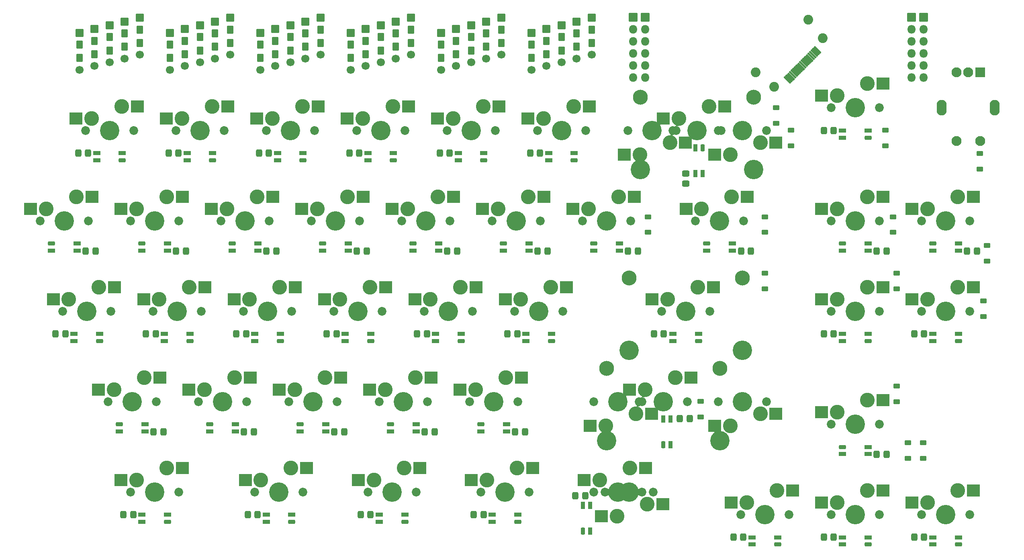
<source format=gbs>
%TF.GenerationSoftware,KiCad,Pcbnew,(6.0.5)*%
%TF.CreationDate,2022-07-21T21:28:30-06:00*%
%TF.ProjectId,kb_right,6b625f72-6967-4687-942e-6b696361645f,rev?*%
%TF.SameCoordinates,Original*%
%TF.FileFunction,Soldermask,Bot*%
%TF.FilePolarity,Negative*%
%FSLAX46Y46*%
G04 Gerber Fmt 4.6, Leading zero omitted, Abs format (unit mm)*
G04 Created by KiCad (PCBNEW (6.0.5)) date 2022-07-21 21:28:30*
%MOMM*%
%LPD*%
G01*
G04 APERTURE LIST*
G04 Aperture macros list*
%AMRoundRect*
0 Rectangle with rounded corners*
0 $1 Rounding radius*
0 $2 $3 $4 $5 $6 $7 $8 $9 X,Y pos of 4 corners*
0 Add a 4 corners polygon primitive as box body*
4,1,4,$2,$3,$4,$5,$6,$7,$8,$9,$2,$3,0*
0 Add four circle primitives for the rounded corners*
1,1,$1+$1,$2,$3*
1,1,$1+$1,$4,$5*
1,1,$1+$1,$6,$7*
1,1,$1+$1,$8,$9*
0 Add four rect primitives between the rounded corners*
20,1,$1+$1,$2,$3,$4,$5,0*
20,1,$1+$1,$4,$5,$6,$7,0*
20,1,$1+$1,$6,$7,$8,$9,0*
20,1,$1+$1,$8,$9,$2,$3,0*%
G04 Aperture macros list end*
%ADD10C,4.087800*%
%ADD11C,1.850000*%
%ADD12C,3.100000*%
%ADD13RoundRect,0.050000X-1.275000X-1.250000X1.275000X-1.250000X1.275000X1.250000X-1.275000X1.250000X0*%
%ADD14RoundRect,0.050000X0.800000X-0.800000X0.800000X0.800000X-0.800000X0.800000X-0.800000X-0.800000X0*%
%ADD15RoundRect,0.050000X0.600000X-0.800000X0.600000X0.800000X-0.600000X0.800000X-0.600000X-0.800000X0*%
%ADD16C,1.700000*%
%ADD17C,3.148000*%
%ADD18RoundRect,0.050000X1.275000X1.250000X-1.275000X1.250000X-1.275000X-1.250000X1.275000X-1.250000X0*%
%ADD19O,2.100000X3.300000*%
%ADD20RoundRect,0.050000X-1.000000X1.000000X-1.000000X-1.000000X1.000000X-1.000000X1.000000X1.000000X0*%
%ADD21C,2.100000*%
%ADD22RoundRect,0.300000X-0.337500X-0.475000X0.337500X-0.475000X0.337500X0.475000X-0.337500X0.475000X0*%
%ADD23RoundRect,0.050000X0.600000X-0.450000X0.600000X0.450000X-0.600000X0.450000X-0.600000X-0.450000X0*%
%ADD24RoundRect,0.300000X0.337500X0.475000X-0.337500X0.475000X-0.337500X-0.475000X0.337500X-0.475000X0*%
%ADD25RoundRect,0.050000X0.700000X0.410000X-0.700000X0.410000X-0.700000X-0.410000X0.700000X-0.410000X0*%
%ADD26RoundRect,0.255000X0.495000X0.205000X-0.495000X0.205000X-0.495000X-0.205000X0.495000X-0.205000X0*%
%ADD27RoundRect,0.050000X0.850000X0.850000X-0.850000X0.850000X-0.850000X-0.850000X0.850000X-0.850000X0*%
%ADD28O,1.800000X1.800000*%
%ADD29RoundRect,0.050000X-0.700000X-0.410000X0.700000X-0.410000X0.700000X0.410000X-0.700000X0.410000X0*%
%ADD30RoundRect,0.255000X-0.495000X-0.205000X0.495000X-0.205000X0.495000X0.205000X-0.495000X0.205000X0*%
%ADD31RoundRect,0.300000X-0.475000X0.337500X-0.475000X-0.337500X0.475000X-0.337500X0.475000X0.337500X0*%
%ADD32RoundRect,0.050000X-0.600000X0.450000X-0.600000X-0.450000X0.600000X-0.450000X0.600000X0.450000X0*%
%ADD33RoundRect,0.050000X0.410000X-0.700000X0.410000X0.700000X-0.410000X0.700000X-0.410000X-0.700000X0*%
%ADD34RoundRect,0.255000X0.205000X-0.495000X0.205000X0.495000X-0.205000X0.495000X-0.205000X-0.495000X0*%
%ADD35RoundRect,0.050000X-0.410000X0.700000X-0.410000X-0.700000X0.410000X-0.700000X0.410000X0.700000X0*%
%ADD36RoundRect,0.255000X-0.205000X0.495000X-0.205000X-0.495000X0.205000X-0.495000X0.205000X0.495000X0*%
%ADD37RoundRect,0.050000X-0.777817X0.565685X0.565685X-0.777817X0.777817X-0.565685X-0.565685X0.777817X0*%
%ADD38C,2.050000*%
G04 APERTURE END LIST*
D10*
%TO.C,MX16*%
X160337500Y-76200000D03*
D11*
X165417500Y-76200000D03*
X155257500Y-76200000D03*
D12*
X162877500Y-71120000D03*
X156527500Y-73660000D03*
D13*
X153252500Y-73660000D03*
X166179500Y-71120000D03*
%TD*%
D14*
%TO.C,D15*%
X153987500Y-34200000D03*
D15*
X153987500Y-36700000D03*
X153987500Y-39500000D03*
D16*
X153987500Y-42000000D03*
%TD*%
D12*
%TO.C,MX34*%
X208915000Y-116522500D03*
D10*
X212725000Y-119062500D03*
D12*
X215265000Y-113982500D03*
D11*
X217805000Y-119062500D03*
X207645000Y-119062500D03*
D13*
X205640000Y-116522500D03*
X218567000Y-113982500D03*
%TD*%
D10*
%TO.C,MX11*%
X65087500Y-76200000D03*
D12*
X67627500Y-71120000D03*
D11*
X70167500Y-76200000D03*
X60007500Y-76200000D03*
D12*
X61277500Y-73660000D03*
D13*
X58002500Y-73660000D03*
X70929500Y-71120000D03*
%TD*%
D11*
%TO.C,MX4*%
X107632500Y-57150000D03*
D12*
X108902500Y-54610000D03*
X115252500Y-52070000D03*
D10*
X112712500Y-57150000D03*
D11*
X117792500Y-57150000D03*
D13*
X105627500Y-54610000D03*
X118554500Y-52070000D03*
%TD*%
D14*
%TO.C,D11*%
X77787500Y-34200000D03*
D15*
X77787500Y-36700000D03*
D16*
X77787500Y-42000000D03*
D15*
X77787500Y-39500000D03*
%TD*%
D14*
%TO.C,D13*%
X115887500Y-34200000D03*
D15*
X115887500Y-36700000D03*
D16*
X115887500Y-42000000D03*
D15*
X115887500Y-39500000D03*
%TD*%
D11*
%TO.C,MX6*%
X145732500Y-57150000D03*
D10*
X150812500Y-57150000D03*
D11*
X155892500Y-57150000D03*
D12*
X153352500Y-52070000D03*
X147002500Y-54610000D03*
D13*
X143727500Y-54610000D03*
X156654500Y-52070000D03*
%TD*%
D14*
%TO.C,D12*%
X96837500Y-34200000D03*
D15*
X96837500Y-36700000D03*
D16*
X96837500Y-42000000D03*
D15*
X96837500Y-39500000D03*
%TD*%
%TO.C,D37*%
X68262500Y-39081250D03*
D14*
X68262500Y-36581250D03*
D15*
X68262500Y-41881250D03*
D16*
X68262500Y-44381250D03*
%TD*%
D11*
%TO.C,MX33*%
X177323750Y-114300000D03*
D10*
X160305750Y-122555000D03*
D12*
X168433750Y-111760000D03*
X174783750Y-109220000D03*
D10*
X184181750Y-122555000D03*
D17*
X160305750Y-107315000D03*
X184181750Y-107315000D03*
D10*
X172243750Y-114300000D03*
D11*
X167163750Y-114300000D03*
D13*
X165158750Y-111760000D03*
X178085750Y-109220000D03*
%TD*%
D14*
%TO.C,D41*%
X144462500Y-36581250D03*
D15*
X144462500Y-39081250D03*
X144462500Y-41881250D03*
D16*
X144462500Y-44381250D03*
%TD*%
D10*
%TO.C,MX32*%
X136525000Y-114300000D03*
D12*
X139065000Y-109220000D03*
D11*
X131445000Y-114300000D03*
D12*
X132715000Y-111760000D03*
D11*
X141605000Y-114300000D03*
D13*
X129440000Y-111760000D03*
X142367000Y-109220000D03*
%TD*%
D11*
%TO.C,MX38*%
X120173750Y-133350000D03*
D12*
X117633750Y-128270000D03*
D11*
X110013750Y-133350000D03*
D12*
X111283750Y-130810000D03*
D10*
X115093750Y-133350000D03*
D13*
X108008750Y-130810000D03*
X120935750Y-128270000D03*
%TD*%
D14*
%TO.C,D39*%
X106362500Y-36581250D03*
D15*
X106362500Y-39081250D03*
X106362500Y-41881250D03*
D16*
X106362500Y-44381250D03*
%TD*%
D12*
%TO.C,MX43*%
X227965000Y-135572500D03*
X234315000Y-133032500D03*
D10*
X231775000Y-138112500D03*
D11*
X236855000Y-138112500D03*
X226695000Y-138112500D03*
D13*
X224690000Y-135572500D03*
X237617000Y-133032500D03*
%TD*%
D14*
%TO.C,D5*%
X138112500Y-33406250D03*
D15*
X138112500Y-35906250D03*
D16*
X138112500Y-41206250D03*
D15*
X138112500Y-38706250D03*
%TD*%
D14*
%TO.C,D29*%
X71437500Y-35787500D03*
D15*
X71437500Y-38287500D03*
D16*
X71437500Y-43587500D03*
D15*
X71437500Y-41087500D03*
%TD*%
D10*
%TO.C,MX17*%
X184150000Y-76200000D03*
D11*
X189230000Y-76200000D03*
X179070000Y-76200000D03*
D12*
X186690000Y-71120000D03*
X180340000Y-73660000D03*
D13*
X177065000Y-73660000D03*
X189992000Y-71120000D03*
%TD*%
D10*
%TO.C,MX8*%
X188912500Y-57150000D03*
D11*
X183832500Y-57150000D03*
D12*
X186372500Y-62230000D03*
X192722500Y-59690000D03*
D11*
X193992500Y-57150000D03*
D18*
X195997500Y-59690000D03*
X183070500Y-62230000D03*
%TD*%
D15*
%TO.C,D6*%
X157162500Y-35906250D03*
D14*
X157162500Y-33406250D03*
D16*
X157162500Y-41206250D03*
D15*
X157162500Y-38706250D03*
%TD*%
D11*
%TO.C,MX14*%
X117157500Y-76200000D03*
D10*
X122237500Y-76200000D03*
D11*
X127317500Y-76200000D03*
D12*
X124777500Y-71120000D03*
X118427500Y-73660000D03*
D13*
X115152500Y-73660000D03*
X128079500Y-71120000D03*
%TD*%
D11*
%TO.C,MX24*%
X140970000Y-95250000D03*
D12*
X148590000Y-90170000D03*
X142240000Y-92710000D03*
D10*
X146050000Y-95250000D03*
D11*
X151130000Y-95250000D03*
D13*
X138965000Y-92710000D03*
X151892000Y-90170000D03*
%TD*%
D10*
%TO.C,MX40*%
X162718750Y-133350000D03*
D11*
X157638750Y-133350000D03*
D12*
X165258750Y-128270000D03*
D11*
X167798750Y-133350000D03*
D12*
X158908750Y-130810000D03*
D13*
X155633750Y-130810000D03*
X168560750Y-128270000D03*
%TD*%
D11*
%TO.C,MX1*%
X50482500Y-57150000D03*
D12*
X51752500Y-54610000D03*
D11*
X60642500Y-57150000D03*
D12*
X58102500Y-52070000D03*
D10*
X55562500Y-57150000D03*
D13*
X48477500Y-54610000D03*
X61404500Y-52070000D03*
%TD*%
D11*
%TO.C,MX9*%
X217805000Y-52387500D03*
X207645000Y-52387500D03*
D10*
X212725000Y-52387500D03*
D12*
X215265000Y-47307500D03*
X208915000Y-49847500D03*
D13*
X205640000Y-49847500D03*
X218567000Y-47307500D03*
%TD*%
D11*
%TO.C,MX28*%
X55245000Y-114300000D03*
X65405000Y-114300000D03*
D12*
X62865000Y-109220000D03*
X56515000Y-111760000D03*
D10*
X60325000Y-114300000D03*
D13*
X53240000Y-111760000D03*
X66167000Y-109220000D03*
%TD*%
D15*
%TO.C,D33*%
X147637500Y-38287500D03*
D14*
X147637500Y-35787500D03*
D15*
X147637500Y-41087500D03*
D16*
X147637500Y-43587500D03*
%TD*%
D14*
%TO.C,D22*%
X112712500Y-34993750D03*
D15*
X112712500Y-37493750D03*
D16*
X112712500Y-42793750D03*
D15*
X112712500Y-40293750D03*
%TD*%
D12*
%TO.C,MX42*%
X208915000Y-135572500D03*
X215265000Y-133032500D03*
D11*
X207645000Y-138112500D03*
X217805000Y-138112500D03*
D10*
X212725000Y-138112500D03*
D13*
X205640000Y-135572500D03*
X218567000Y-133032500D03*
%TD*%
D15*
%TO.C,D14*%
X134937500Y-36700000D03*
D14*
X134937500Y-34200000D03*
D16*
X134937500Y-42000000D03*
D15*
X134937500Y-39500000D03*
%TD*%
D14*
%TO.C,D40*%
X125412500Y-36581250D03*
D15*
X125412500Y-39081250D03*
D16*
X125412500Y-44381250D03*
D15*
X125412500Y-41881250D03*
%TD*%
D14*
%TO.C,D32*%
X128587500Y-35787500D03*
D15*
X128587500Y-38287500D03*
D16*
X128587500Y-43587500D03*
D15*
X128587500Y-41087500D03*
%TD*%
%TO.C,D20*%
X74612500Y-37493750D03*
D14*
X74612500Y-34993750D03*
D16*
X74612500Y-42793750D03*
D15*
X74612500Y-40293750D03*
%TD*%
D12*
%TO.C,MX18*%
X208915000Y-73660000D03*
D11*
X217805000Y-76200000D03*
X207645000Y-76200000D03*
D12*
X215265000Y-71120000D03*
D10*
X212725000Y-76200000D03*
D13*
X205640000Y-73660000D03*
X218567000Y-71120000D03*
%TD*%
D11*
%TO.C,MX3*%
X98742500Y-57150000D03*
D12*
X89852500Y-54610000D03*
X96202500Y-52070000D03*
D10*
X93662500Y-57150000D03*
D11*
X88582500Y-57150000D03*
D13*
X86577500Y-54610000D03*
X99504500Y-52070000D03*
%TD*%
D11*
%TO.C,MX31*%
X112395000Y-114300000D03*
D12*
X120015000Y-109220000D03*
D10*
X117475000Y-114300000D03*
D11*
X122555000Y-114300000D03*
D12*
X113665000Y-111760000D03*
D13*
X110390000Y-111760000D03*
X123317000Y-109220000D03*
%TD*%
D11*
%TO.C,MX23*%
X121920000Y-95250000D03*
X132080000Y-95250000D03*
D12*
X123190000Y-92710000D03*
X129540000Y-90170000D03*
D10*
X127000000Y-95250000D03*
D13*
X119915000Y-92710000D03*
X132842000Y-90170000D03*
%TD*%
D11*
%TO.C,MX26*%
X217805000Y-95250000D03*
X207645000Y-95250000D03*
D12*
X215265000Y-90170000D03*
D10*
X212725000Y-95250000D03*
D12*
X208915000Y-92710000D03*
D13*
X205640000Y-92710000D03*
X218567000Y-90170000D03*
%TD*%
D10*
%TO.C,MX25*%
X165068250Y-103505000D03*
D17*
X165068250Y-88265000D03*
D11*
X171926250Y-95250000D03*
D10*
X188944250Y-103505000D03*
D17*
X188944250Y-88265000D03*
D12*
X179546250Y-90170000D03*
X173196250Y-92710000D03*
D10*
X177006250Y-95250000D03*
D11*
X182086250Y-95250000D03*
D13*
X169921250Y-92710000D03*
X182848250Y-90170000D03*
%TD*%
D15*
%TO.C,D30*%
X90487500Y-38287500D03*
D14*
X90487500Y-35787500D03*
D15*
X90487500Y-41087500D03*
D16*
X90487500Y-43587500D03*
%TD*%
D10*
%TO.C,MX15*%
X141287500Y-76200000D03*
D12*
X143827500Y-71120000D03*
D11*
X146367500Y-76200000D03*
X136207500Y-76200000D03*
D12*
X137477500Y-73660000D03*
D13*
X134202500Y-73660000D03*
X147129500Y-71120000D03*
%TD*%
D14*
%TO.C,D10*%
X58737500Y-34200000D03*
D15*
X58737500Y-36700000D03*
X58737500Y-39500000D03*
D16*
X58737500Y-42000000D03*
%TD*%
D12*
%TO.C,MX7*%
X167322500Y-62230000D03*
D10*
X169862500Y-57150000D03*
D12*
X173672500Y-59690000D03*
D11*
X174942500Y-57150000D03*
X164782500Y-57150000D03*
D18*
X176947500Y-59690000D03*
X164020500Y-62230000D03*
%TD*%
D11*
%TO.C,MX21*%
X83820000Y-95250000D03*
D12*
X91440000Y-90170000D03*
X85090000Y-92710000D03*
D10*
X88900000Y-95250000D03*
D11*
X93980000Y-95250000D03*
D13*
X81815000Y-92710000D03*
X94742000Y-90170000D03*
%TD*%
D12*
%TO.C,MX22*%
X104140000Y-92710000D03*
D11*
X113030000Y-95250000D03*
D10*
X107950000Y-95250000D03*
D12*
X110490000Y-90170000D03*
D11*
X102870000Y-95250000D03*
D13*
X100865000Y-92710000D03*
X113792000Y-90170000D03*
%TD*%
D14*
%TO.C,D36*%
X49212500Y-36581250D03*
D15*
X49212500Y-39081250D03*
D16*
X49212500Y-44381250D03*
D15*
X49212500Y-41881250D03*
%TD*%
D12*
%TO.C,MX2*%
X70802500Y-54610000D03*
D10*
X74612500Y-57150000D03*
D11*
X69532500Y-57150000D03*
X79692500Y-57150000D03*
D12*
X77152500Y-52070000D03*
D13*
X67527500Y-54610000D03*
X80454500Y-52070000D03*
%TD*%
D15*
%TO.C,D19*%
X55562500Y-37493750D03*
D14*
X55562500Y-34993750D03*
D16*
X55562500Y-42793750D03*
D15*
X55562500Y-40293750D03*
%TD*%
D14*
%TO.C,D24*%
X150812500Y-34993750D03*
D15*
X150812500Y-37493750D03*
D16*
X150812500Y-42793750D03*
D15*
X150812500Y-40293750D03*
%TD*%
D10*
%TO.C,MX7_1*%
X191325500Y-65405000D03*
X167449500Y-65405000D03*
D17*
X167449500Y-50165000D03*
D10*
X179387500Y-57150000D03*
D12*
X181927500Y-52070000D03*
D11*
X184467500Y-57150000D03*
D12*
X175577500Y-54610000D03*
D17*
X191325500Y-50165000D03*
D11*
X174307500Y-57150000D03*
D13*
X172302500Y-54610000D03*
X185229500Y-52070000D03*
%TD*%
D12*
%TO.C,MX20*%
X66040000Y-92710000D03*
D11*
X74930000Y-95250000D03*
D10*
X69850000Y-95250000D03*
D12*
X72390000Y-90170000D03*
D11*
X64770000Y-95250000D03*
D13*
X62765000Y-92710000D03*
X75692000Y-90170000D03*
%TD*%
D11*
%TO.C,MX32_1*%
X193992500Y-114300000D03*
X183832500Y-114300000D03*
D12*
X186372500Y-119380000D03*
D10*
X188912500Y-114300000D03*
D12*
X192722500Y-116840000D03*
D18*
X195997500Y-116840000D03*
X183070500Y-119380000D03*
%TD*%
D12*
%TO.C,MX37*%
X93821250Y-128270000D03*
D11*
X86201250Y-133350000D03*
D10*
X91281250Y-133350000D03*
D11*
X96361250Y-133350000D03*
D12*
X87471250Y-130810000D03*
D13*
X84196250Y-130810000D03*
X97123250Y-128270000D03*
%TD*%
D12*
%TO.C,MX36*%
X61277500Y-130810000D03*
D11*
X70167500Y-133350000D03*
X60007500Y-133350000D03*
D10*
X65087500Y-133350000D03*
D12*
X67627500Y-128270000D03*
D13*
X58002500Y-130810000D03*
X70929500Y-128270000D03*
%TD*%
D11*
%TO.C,MX32_2*%
X157638750Y-114300000D03*
D12*
X160178750Y-119380000D03*
X166528750Y-116840000D03*
D11*
X167798750Y-114300000D03*
D10*
X162718750Y-114300000D03*
D18*
X169803750Y-116840000D03*
X156876750Y-119380000D03*
%TD*%
D11*
%TO.C,MX40_1*%
X160020000Y-133350000D03*
D10*
X165100000Y-133350000D03*
D12*
X162560000Y-138430000D03*
D11*
X170180000Y-133350000D03*
D12*
X168910000Y-135890000D03*
D18*
X172185000Y-135890000D03*
X159258000Y-138430000D03*
%TD*%
D12*
%TO.C,MX39*%
X135096250Y-130810000D03*
D11*
X143986250Y-133350000D03*
D10*
X138906250Y-133350000D03*
D11*
X133826250Y-133350000D03*
D12*
X141446250Y-128270000D03*
D13*
X131821250Y-130810000D03*
X144748250Y-128270000D03*
%TD*%
D15*
%TO.C,D23*%
X131762500Y-37493750D03*
D14*
X131762500Y-34993750D03*
D16*
X131762500Y-42793750D03*
D15*
X131762500Y-40293750D03*
%TD*%
D10*
%TO.C,MX29*%
X79375000Y-114300000D03*
D11*
X84455000Y-114300000D03*
X74295000Y-114300000D03*
D12*
X75565000Y-111760000D03*
X81915000Y-109220000D03*
D13*
X72290000Y-111760000D03*
X85217000Y-109220000D03*
%TD*%
D15*
%TO.C,D2*%
X80962500Y-35906250D03*
D14*
X80962500Y-33406250D03*
D16*
X80962500Y-41206250D03*
D15*
X80962500Y-38706250D03*
%TD*%
D12*
%TO.C,MX13*%
X105727500Y-71120000D03*
D11*
X98107500Y-76200000D03*
X108267500Y-76200000D03*
D10*
X103187500Y-76200000D03*
D12*
X99377500Y-73660000D03*
D13*
X96102500Y-73660000D03*
X109029500Y-71120000D03*
%TD*%
D11*
%TO.C,MX19*%
X45720000Y-95250000D03*
D12*
X46990000Y-92710000D03*
X53340000Y-90170000D03*
D11*
X55880000Y-95250000D03*
D10*
X50800000Y-95250000D03*
D13*
X43715000Y-92710000D03*
X56642000Y-90170000D03*
%TD*%
D12*
%TO.C,MX10*%
X42227500Y-73660000D03*
X48577500Y-71120000D03*
D10*
X46037500Y-76200000D03*
D11*
X40957500Y-76200000D03*
X51117500Y-76200000D03*
D13*
X38952500Y-73660000D03*
X51879500Y-71120000D03*
%TD*%
D11*
%TO.C,MX27*%
X236855000Y-76200000D03*
X226695000Y-76200000D03*
D12*
X234315000Y-71120000D03*
X227965000Y-73660000D03*
D10*
X231775000Y-76200000D03*
D13*
X224690000Y-73660000D03*
X237617000Y-71120000D03*
%TD*%
D15*
%TO.C,D31*%
X109537500Y-38287500D03*
D14*
X109537500Y-35787500D03*
D15*
X109537500Y-41087500D03*
D16*
X109537500Y-43587500D03*
%TD*%
D15*
%TO.C,D28*%
X52387500Y-38287500D03*
D14*
X52387500Y-35787500D03*
D15*
X52387500Y-41087500D03*
D16*
X52387500Y-43587500D03*
%TD*%
D12*
%TO.C,MX30*%
X94615000Y-111760000D03*
X100965000Y-109220000D03*
D10*
X98425000Y-114300000D03*
D11*
X93345000Y-114300000D03*
X103505000Y-114300000D03*
D13*
X91340000Y-111760000D03*
X104267000Y-109220000D03*
%TD*%
D19*
%TO.C,SW1*%
X242137500Y-52387500D03*
X230937500Y-52387500D03*
D20*
X239037500Y-44887500D03*
D21*
X234037500Y-44887500D03*
X236537500Y-44887500D03*
X234037500Y-59387500D03*
X239037500Y-59387500D03*
%TD*%
D10*
%TO.C,MX35*%
X231775000Y-95250000D03*
D12*
X227965000Y-92710000D03*
D11*
X226695000Y-95250000D03*
X236855000Y-95250000D03*
D12*
X234315000Y-90170000D03*
D13*
X224690000Y-92710000D03*
X237617000Y-90170000D03*
%TD*%
D14*
%TO.C,D3*%
X100012500Y-33406250D03*
D15*
X100012500Y-35906250D03*
D16*
X100012500Y-41206250D03*
D15*
X100012500Y-38706250D03*
%TD*%
D11*
%TO.C,MX5*%
X136842500Y-57150000D03*
D12*
X127952500Y-54610000D03*
D11*
X126682500Y-57150000D03*
D12*
X134302500Y-52070000D03*
D10*
X131762500Y-57150000D03*
D13*
X124677500Y-54610000D03*
X137604500Y-52070000D03*
%TD*%
D15*
%TO.C,D4*%
X119062500Y-35906250D03*
D14*
X119062500Y-33406250D03*
D15*
X119062500Y-38706250D03*
D16*
X119062500Y-41206250D03*
%TD*%
D11*
%TO.C,MX41*%
X198755000Y-138112500D03*
D12*
X196215000Y-133032500D03*
X189865000Y-135572500D03*
D11*
X188595000Y-138112500D03*
D10*
X193675000Y-138112500D03*
D13*
X186590000Y-135572500D03*
X199517000Y-133032500D03*
%TD*%
D14*
%TO.C,D21*%
X93662500Y-34993750D03*
D15*
X93662500Y-37493750D03*
D16*
X93662500Y-42793750D03*
D15*
X93662500Y-40293750D03*
%TD*%
D12*
%TO.C,MX12*%
X86677500Y-71120000D03*
D11*
X89217500Y-76200000D03*
D10*
X84137500Y-76200000D03*
D12*
X80327500Y-73660000D03*
D11*
X79057500Y-76200000D03*
D13*
X77052500Y-73660000D03*
X89979500Y-71120000D03*
%TD*%
D15*
%TO.C,D1*%
X61912500Y-35906250D03*
D14*
X61912500Y-33406250D03*
D15*
X61912500Y-38706250D03*
D16*
X61912500Y-41206250D03*
%TD*%
D15*
%TO.C,D38*%
X87312500Y-39081250D03*
D14*
X87312500Y-36581250D03*
D15*
X87312500Y-41881250D03*
D16*
X87312500Y-44381250D03*
%TD*%
D22*
%TO.C,C118*%
X236293750Y-82550000D03*
X238368750Y-82550000D03*
%TD*%
D23*
%TO.C,D35*%
X239712500Y-96392000D03*
X239712500Y-93092000D03*
%TD*%
D22*
%TO.C,C115*%
X164856250Y-82550000D03*
X166931250Y-82550000D03*
%TD*%
D24*
%TO.C,C101*%
X51043750Y-61912500D03*
X48968750Y-61912500D03*
%TD*%
D25*
%TO.C,D110*%
X67787500Y-82506250D03*
X67787500Y-81006250D03*
D26*
X62387500Y-81006250D03*
D25*
X62387500Y-82506250D03*
%TD*%
D24*
%TO.C,C103*%
X89143750Y-61912500D03*
X87068750Y-61912500D03*
%TD*%
D27*
%TO.C,J4*%
X168433750Y-33337500D03*
D28*
X168433750Y-35877500D03*
X168433750Y-38417500D03*
X168433750Y-40957500D03*
X168433750Y-43497500D03*
X168433750Y-46037500D03*
%TD*%
D22*
%TO.C,C113*%
X126756250Y-82550000D03*
X128831250Y-82550000D03*
%TD*%
D24*
%TO.C,C122*%
X103431250Y-100012500D03*
X101356250Y-100012500D03*
%TD*%
D29*
%TO.C,D125*%
X174306250Y-100056250D03*
X174306250Y-101556250D03*
D30*
X179706250Y-101556250D03*
D29*
X179706250Y-100056250D03*
%TD*%
D22*
%TO.C,C129*%
X83893750Y-120650000D03*
X85968750Y-120650000D03*
%TD*%
D24*
%TO.C,C105*%
X127243750Y-61912500D03*
X125168750Y-61912500D03*
%TD*%
D29*
%TO.C,D138*%
X136206250Y-138156250D03*
X136206250Y-139656250D03*
D30*
X141606250Y-139656250D03*
D29*
X141606250Y-138156250D03*
%TD*%
D24*
%TO.C,C135*%
X60568750Y-138112500D03*
X58493750Y-138112500D03*
%TD*%
D25*
%TO.C,D113*%
X124937500Y-82506250D03*
X124937500Y-81006250D03*
D26*
X119537500Y-81006250D03*
D25*
X119537500Y-82506250D03*
%TD*%
D27*
%TO.C,J5*%
X165893750Y-33337500D03*
D28*
X165893750Y-35877500D03*
X165893750Y-38417500D03*
X165893750Y-40957500D03*
X165893750Y-43497500D03*
X165893750Y-46037500D03*
%TD*%
D25*
%TO.C,D111*%
X86837500Y-82506250D03*
X86837500Y-81006250D03*
D26*
X81437500Y-81006250D03*
D25*
X81437500Y-82506250D03*
%TD*%
%TO.C,D128*%
X63025000Y-120606250D03*
X63025000Y-119106250D03*
D26*
X57625000Y-119106250D03*
D25*
X57625000Y-120606250D03*
%TD*%
D24*
%TO.C,C138*%
X134387500Y-138112500D03*
X132312500Y-138112500D03*
%TD*%
D27*
%TO.C,J2*%
X227171250Y-33337500D03*
D28*
X227171250Y-35877500D03*
X227171250Y-38417500D03*
X227171250Y-40957500D03*
X227171250Y-43497500D03*
X227171250Y-46037500D03*
%TD*%
D25*
%TO.C,D115*%
X163037500Y-82506250D03*
X163037500Y-81006250D03*
D26*
X157637500Y-81006250D03*
D25*
X157637500Y-82506250D03*
%TD*%
D29*
%TO.C,D136*%
X88581250Y-138156250D03*
X88581250Y-139656250D03*
D30*
X93981250Y-139656250D03*
D29*
X93981250Y-138156250D03*
%TD*%
D23*
%TO.C,D18*%
X220662500Y-78643750D03*
X220662500Y-75343750D03*
%TD*%
D29*
%TO.C,D140*%
X190975000Y-142918750D03*
X190975000Y-144418750D03*
D30*
X196375000Y-144418750D03*
D29*
X196375000Y-142918750D03*
%TD*%
%TO.C,D104*%
X110012500Y-61956250D03*
X110012500Y-63456250D03*
D30*
X115412500Y-63456250D03*
D29*
X115412500Y-61956250D03*
%TD*%
D25*
%TO.C,D114*%
X143987500Y-82506250D03*
X143987500Y-81006250D03*
D26*
X138587500Y-81006250D03*
D25*
X138587500Y-82506250D03*
%TD*%
D23*
%TO.C,D27*%
X240506250Y-84708000D03*
X240506250Y-81408000D03*
%TD*%
D29*
%TO.C,D135*%
X62387500Y-138156250D03*
X62387500Y-139656250D03*
D30*
X67787500Y-139656250D03*
D29*
X67787500Y-138156250D03*
%TD*%
%TO.C,D120*%
X67150000Y-100056250D03*
X67150000Y-101556250D03*
D30*
X72550000Y-101556250D03*
D29*
X72550000Y-100056250D03*
%TD*%
%TO.C,D126*%
X210025000Y-100056250D03*
X210025000Y-101556250D03*
D30*
X215425000Y-101556250D03*
D29*
X215425000Y-100056250D03*
%TD*%
D31*
%TO.C,C107*%
X177006250Y-66272500D03*
X177006250Y-68347500D03*
%TD*%
D29*
%TO.C,D122*%
X105250000Y-100056250D03*
X105250000Y-101556250D03*
D30*
X110650000Y-101556250D03*
D29*
X110650000Y-100056250D03*
%TD*%
D27*
%TO.C,J3*%
X224631250Y-33337500D03*
D28*
X224631250Y-35877500D03*
X224631250Y-38417500D03*
X224631250Y-40957500D03*
X224631250Y-43497500D03*
X224631250Y-46037500D03*
%TD*%
D24*
%TO.C,C125*%
X172360500Y-100012500D03*
X170285500Y-100012500D03*
%TD*%
D22*
%TO.C,C114*%
X145806250Y-82550000D03*
X147881250Y-82550000D03*
%TD*%
D24*
%TO.C,C104*%
X108193750Y-61912500D03*
X106118750Y-61912500D03*
%TD*%
D32*
%TO.C,D26*%
X221456250Y-87250000D03*
X221456250Y-90550000D03*
%TD*%
D25*
%TO.C,D129*%
X82075000Y-120606250D03*
X82075000Y-119106250D03*
D26*
X76675000Y-119106250D03*
D25*
X76675000Y-120606250D03*
%TD*%
%TO.C,D112*%
X105887500Y-82506250D03*
X105887500Y-81006250D03*
D26*
X100487500Y-81006250D03*
D25*
X100487500Y-82506250D03*
%TD*%
D29*
%TO.C,D141*%
X210025000Y-142918750D03*
X210025000Y-144418750D03*
D30*
X215425000Y-144418750D03*
D29*
X215425000Y-142918750D03*
%TD*%
D25*
%TO.C,D131*%
X120175000Y-120606250D03*
X120175000Y-119106250D03*
D26*
X114775000Y-119106250D03*
D25*
X114775000Y-120606250D03*
%TD*%
D32*
%TO.C,D43*%
X227012500Y-122968750D03*
X227012500Y-126268750D03*
%TD*%
D29*
%TO.C,D105*%
X129062500Y-61956250D03*
X129062500Y-63456250D03*
D30*
X134462500Y-63456250D03*
D29*
X134462500Y-61956250D03*
%TD*%
D22*
%TO.C,C116*%
X188668750Y-82550000D03*
X190743750Y-82550000D03*
%TD*%
%TO.C,C133*%
X175746500Y-117856000D03*
X177821500Y-117856000D03*
%TD*%
D24*
%TO.C,C121*%
X84381250Y-100012500D03*
X82306250Y-100012500D03*
%TD*%
D29*
%TO.C,D119*%
X48100000Y-100056250D03*
X48100000Y-101556250D03*
D30*
X53500000Y-101556250D03*
D29*
X53500000Y-100056250D03*
%TD*%
D24*
%TO.C,C142*%
X227256250Y-142875000D03*
X225181250Y-142875000D03*
%TD*%
D22*
%TO.C,C112*%
X107706250Y-82550000D03*
X109781250Y-82550000D03*
%TD*%
D25*
%TO.C,D130*%
X101125000Y-120606250D03*
X101125000Y-119106250D03*
D26*
X95725000Y-119106250D03*
D25*
X95725000Y-120606250D03*
%TD*%
D24*
%TO.C,C119*%
X46281250Y-100012500D03*
X44206250Y-100012500D03*
%TD*%
D23*
%TO.C,D7*%
X196056250Y-55625000D03*
X196056250Y-52325000D03*
%TD*%
D24*
%TO.C,C127*%
X227256250Y-100012500D03*
X225181250Y-100012500D03*
%TD*%
D29*
%TO.C,D108*%
X210025000Y-57193750D03*
X210025000Y-58693750D03*
D30*
X215425000Y-58693750D03*
D29*
X215425000Y-57193750D03*
%TD*%
D25*
%TO.C,D132*%
X139225000Y-120606250D03*
X139225000Y-119106250D03*
D26*
X133825000Y-119106250D03*
D25*
X133825000Y-120606250D03*
%TD*%
D24*
%TO.C,C139*%
X155818750Y-134143750D03*
X153743750Y-134143750D03*
%TD*%
D25*
%TO.C,D109*%
X48737500Y-82506250D03*
X48737500Y-81006250D03*
D26*
X43337500Y-81006250D03*
D25*
X43337500Y-82506250D03*
%TD*%
D29*
%TO.C,D124*%
X143350000Y-100056250D03*
X143350000Y-101556250D03*
D30*
X148750000Y-101556250D03*
D29*
X148750000Y-100056250D03*
%TD*%
D24*
%TO.C,C102*%
X70093750Y-61912500D03*
X68018750Y-61912500D03*
%TD*%
D22*
%TO.C,C130*%
X102943750Y-120650000D03*
X105018750Y-120650000D03*
%TD*%
D29*
%TO.C,D121*%
X86200000Y-100056250D03*
X86200000Y-101556250D03*
D30*
X91600000Y-101556250D03*
D29*
X91600000Y-100056250D03*
%TD*%
D24*
%TO.C,C120*%
X65331250Y-100012500D03*
X63256250Y-100012500D03*
%TD*%
D22*
%TO.C,C110*%
X69606250Y-82550000D03*
X71681250Y-82550000D03*
%TD*%
D32*
%TO.C,D25*%
X193675000Y-87250000D03*
X193675000Y-90550000D03*
%TD*%
D29*
%TO.C,D101*%
X52862500Y-61956250D03*
X52862500Y-63456250D03*
D30*
X58262500Y-63456250D03*
D29*
X58262500Y-61956250D03*
%TD*%
D22*
%TO.C,C132*%
X141043750Y-120650000D03*
X143118750Y-120650000D03*
%TD*%
D24*
%TO.C,C124*%
X141531250Y-100012500D03*
X139456250Y-100012500D03*
%TD*%
D23*
%TO.C,D8*%
X199231250Y-60387500D03*
X199231250Y-57087500D03*
%TD*%
D24*
%TO.C,C123*%
X122481250Y-100012500D03*
X120406250Y-100012500D03*
%TD*%
D22*
%TO.C,C109*%
X50556250Y-82550000D03*
X52631250Y-82550000D03*
%TD*%
D29*
%TO.C,D102*%
X71912500Y-61956250D03*
X71912500Y-63456250D03*
D30*
X77312500Y-63456250D03*
D29*
X77312500Y-61956250D03*
%TD*%
D24*
%TO.C,C106*%
X146293750Y-61912500D03*
X144218750Y-61912500D03*
%TD*%
D29*
%TO.C,D103*%
X90962500Y-61956250D03*
X90962500Y-63456250D03*
D30*
X96362500Y-63456250D03*
D29*
X96362500Y-61956250D03*
%TD*%
D23*
%TO.C,D44*%
X239014000Y-65277000D03*
X239014000Y-61977000D03*
%TD*%
D22*
%TO.C,C134*%
X217243750Y-125412500D03*
X219318750Y-125412500D03*
%TD*%
D24*
%TO.C,C136*%
X86762500Y-138112500D03*
X84687500Y-138112500D03*
%TD*%
D32*
%TO.C,D42*%
X223837500Y-122968750D03*
X223837500Y-126268750D03*
%TD*%
D24*
%TO.C,C140*%
X189156250Y-142875000D03*
X187081250Y-142875000D03*
%TD*%
D32*
%TO.C,D33_1*%
X180181250Y-114237500D03*
X180181250Y-117537500D03*
%TD*%
D22*
%TO.C,C117*%
X217243750Y-82550000D03*
X219318750Y-82550000D03*
%TD*%
%TO.C,C111*%
X88656250Y-82550000D03*
X90731250Y-82550000D03*
%TD*%
D29*
%TO.C,D137*%
X112393750Y-138156250D03*
X112393750Y-139656250D03*
D30*
X117793750Y-139656250D03*
D29*
X117793750Y-138156250D03*
%TD*%
D22*
%TO.C,C128*%
X64843750Y-120650000D03*
X66918750Y-120650000D03*
%TD*%
D23*
%TO.C,D16*%
X169068750Y-78643750D03*
X169068750Y-75343750D03*
%TD*%
D24*
%TO.C,C137*%
X110575000Y-138112500D03*
X108500000Y-138112500D03*
%TD*%
D25*
%TO.C,D117*%
X215425000Y-82506250D03*
X215425000Y-81006250D03*
D26*
X210025000Y-81006250D03*
D25*
X210025000Y-82506250D03*
%TD*%
D32*
%TO.C,D34*%
X221456250Y-111062500D03*
X221456250Y-114362500D03*
%TD*%
D22*
%TO.C,C131*%
X121993750Y-120650000D03*
X124068750Y-120650000D03*
%TD*%
D25*
%TO.C,D118*%
X234475000Y-82506250D03*
X234475000Y-81006250D03*
D26*
X229075000Y-81006250D03*
D25*
X229075000Y-82506250D03*
%TD*%
D29*
%TO.C,D106*%
X148112500Y-61956250D03*
X148112500Y-63456250D03*
D30*
X153512500Y-63456250D03*
D29*
X153512500Y-61956250D03*
%TD*%
%TO.C,D123*%
X124300000Y-100056250D03*
X124300000Y-101556250D03*
D30*
X129700000Y-101556250D03*
D29*
X129700000Y-100056250D03*
%TD*%
D24*
%TO.C,C141*%
X208206250Y-142875000D03*
X206131250Y-142875000D03*
%TD*%
D23*
%TO.C,D9*%
X219075000Y-60387500D03*
X219075000Y-57087500D03*
%TD*%
D33*
%TO.C,D107*%
X179082000Y-66200000D03*
X180582000Y-66200000D03*
D34*
X180582000Y-60800000D03*
D33*
X179082000Y-60800000D03*
%TD*%
D25*
%TO.C,D134*%
X215425000Y-125368750D03*
X215425000Y-123868750D03*
D26*
X210025000Y-123868750D03*
D25*
X210025000Y-125368750D03*
%TD*%
D35*
%TO.C,D139*%
X156833000Y-136206250D03*
X155333000Y-136206250D03*
D36*
X155333000Y-141606250D03*
D35*
X156833000Y-141606250D03*
%TD*%
D29*
%TO.C,D127*%
X229075000Y-100056250D03*
X229075000Y-101556250D03*
D30*
X234475000Y-101556250D03*
D29*
X234475000Y-100056250D03*
%TD*%
D25*
%TO.C,D116*%
X186850000Y-82506250D03*
X186850000Y-81006250D03*
D26*
X181450000Y-81006250D03*
D25*
X181450000Y-82506250D03*
%TD*%
D29*
%TO.C,D142*%
X229075000Y-142918750D03*
X229075000Y-144418750D03*
D30*
X234475000Y-144418750D03*
D29*
X234475000Y-142918750D03*
%TD*%
D24*
%TO.C,C126*%
X208206250Y-100012500D03*
X206131250Y-100012500D03*
%TD*%
D23*
%TO.C,D17*%
X193675000Y-78643750D03*
X193675000Y-75343750D03*
%TD*%
D37*
%TO.C,J1*%
X204819139Y-40145375D03*
X204465586Y-40498928D03*
X204112032Y-40852481D03*
X203758479Y-41206035D03*
X203404925Y-41559588D03*
X203051372Y-41913142D03*
X202697819Y-42266695D03*
X202344265Y-42620248D03*
X201990712Y-42973802D03*
X201637158Y-43327355D03*
X201283605Y-43680908D03*
X200930052Y-44034462D03*
X200576498Y-44388015D03*
X200222945Y-44741569D03*
X199869392Y-45095122D03*
X199515838Y-45448675D03*
X199162285Y-45802229D03*
X198808731Y-46155782D03*
X198455178Y-46509336D03*
D38*
X205879799Y-37670501D03*
X195626751Y-47923549D03*
X191737664Y-44882990D03*
X202839240Y-33781414D03*
%TD*%
D24*
%TO.C,C108*%
X208206250Y-57150000D03*
X206131250Y-57150000D03*
%TD*%
D35*
%TO.C,D133*%
X173787500Y-117950000D03*
X172287500Y-117950000D03*
D36*
X172287500Y-123350000D03*
D35*
X173787500Y-123350000D03*
%TD*%
G36*
X160756602Y-133908191D02*
G01*
X160823374Y-134103214D01*
X160822989Y-134105177D01*
X160821097Y-134105825D01*
X160819849Y-134105017D01*
X160779475Y-134047918D01*
X160714221Y-134021542D01*
X160644865Y-134034670D01*
X160642846Y-134035959D01*
X160640848Y-134036048D01*
X160639772Y-134034362D01*
X160640284Y-134032935D01*
X160753224Y-133907501D01*
X160755126Y-133906883D01*
X160756602Y-133908191D01*
G37*
G36*
X167065473Y-133907443D02*
G01*
X167181149Y-134035915D01*
X167185237Y-134038884D01*
X167186051Y-134040711D01*
X167184876Y-134042329D01*
X167183247Y-134042329D01*
X167132228Y-134019576D01*
X167062652Y-134030211D01*
X167009722Y-134076905D01*
X166999843Y-134096755D01*
X166998177Y-134097860D01*
X166996386Y-134096969D01*
X166996182Y-134095157D01*
X167054745Y-133940174D01*
X167062037Y-133908335D01*
X167063399Y-133906869D01*
X167065473Y-133907443D01*
G37*
G36*
X166998770Y-132597389D02*
G01*
X167039738Y-132654060D01*
X167105265Y-132679753D01*
X167174707Y-132665854D01*
X167176602Y-132666495D01*
X167176995Y-132668456D01*
X167176586Y-132669153D01*
X167066468Y-132791452D01*
X167064566Y-132792070D01*
X167063097Y-132790782D01*
X166995264Y-132599229D01*
X166995628Y-132597262D01*
X166997513Y-132596594D01*
X166998770Y-132597389D01*
G37*
G36*
X160822536Y-132601358D02*
G01*
X160822761Y-132603170D01*
X160757931Y-132780328D01*
X160755708Y-132790524D01*
X160754362Y-132792003D01*
X160752268Y-132791436D01*
X160637601Y-132664085D01*
X160633414Y-132661044D01*
X160632600Y-132659217D01*
X160633775Y-132657599D01*
X160635378Y-132657588D01*
X160687968Y-132680167D01*
X160757391Y-132668562D01*
X160809663Y-132621133D01*
X160819082Y-132601614D01*
X160820735Y-132600488D01*
X160822536Y-132601358D01*
G37*
G36*
X183381871Y-120679000D02*
G01*
X183381871Y-120681000D01*
X183380924Y-120681840D01*
X183254745Y-120735660D01*
X183016417Y-120878297D01*
X182980816Y-120906819D01*
X182978839Y-120907121D01*
X182977588Y-120905561D01*
X182977925Y-120904113D01*
X183017971Y-120846786D01*
X183020683Y-120776452D01*
X182984941Y-120715817D01*
X182921908Y-120684041D01*
X182899381Y-120681992D01*
X182897747Y-120680839D01*
X182897928Y-120678847D01*
X182899562Y-120678000D01*
X183380139Y-120678000D01*
X183381871Y-120679000D01*
G37*
G36*
X159267458Y-120631154D02*
G01*
X159268864Y-120632355D01*
X159410050Y-120718873D01*
X159411004Y-120720630D01*
X159409790Y-120722418D01*
X159378745Y-120735660D01*
X159234298Y-120822110D01*
X159232298Y-120822142D01*
X159231271Y-120820425D01*
X159231802Y-120819037D01*
X159279258Y-120767675D01*
X159291492Y-120698360D01*
X159264314Y-120633447D01*
X159264568Y-120631464D01*
X159266412Y-120630691D01*
X159267458Y-120631154D01*
G37*
G36*
X161269878Y-120481507D02*
G01*
X161269415Y-120483190D01*
X161266419Y-120486606D01*
X161266207Y-120486813D01*
X161216264Y-120529093D01*
X161177366Y-120588116D01*
X161176557Y-120658496D01*
X161214000Y-120718259D01*
X161245246Y-120738268D01*
X161246165Y-120740044D01*
X161245086Y-120741728D01*
X161243363Y-120741783D01*
X161052674Y-120658076D01*
X161051490Y-120656464D01*
X161052433Y-120654540D01*
X161088635Y-120632355D01*
X161266612Y-120480350D01*
X161268579Y-120479986D01*
X161269878Y-120481507D01*
G37*
G36*
X171129813Y-116006038D02*
G01*
X171278849Y-116099528D01*
X171307802Y-116112601D01*
X171308969Y-116114225D01*
X171308146Y-116116048D01*
X171306703Y-116116405D01*
X171237442Y-116106749D01*
X171173542Y-116136263D01*
X171135660Y-116195767D01*
X171130730Y-116230588D01*
X171129497Y-116232163D01*
X171127517Y-116231883D01*
X171126750Y-116230308D01*
X171126750Y-116007732D01*
X171127750Y-116006000D01*
X171129813Y-116006038D01*
G37*
G36*
X170487391Y-115341136D02*
G01*
X170623288Y-115538867D01*
X170623445Y-115540861D01*
X170621640Y-115542000D01*
X170380612Y-115542000D01*
X170378880Y-115541000D01*
X170378880Y-115539000D01*
X170380049Y-115538081D01*
X170448145Y-115518086D01*
X170494238Y-115464892D01*
X170504263Y-115395164D01*
X170486229Y-115349010D01*
X170486381Y-115348010D01*
X170483989Y-115343253D01*
X170483912Y-115343078D01*
X170483879Y-115342993D01*
X170484184Y-115341016D01*
X170486048Y-115340292D01*
X170487391Y-115341136D01*
G37*
G36*
X166595122Y-115021495D02*
G01*
X166702258Y-115099333D01*
X166878530Y-115177815D01*
X167067270Y-115217933D01*
X167249420Y-115217933D01*
X167251152Y-115218933D01*
X167251152Y-115220933D01*
X167250129Y-115221803D01*
X167196430Y-115242162D01*
X167154554Y-115298735D01*
X167149912Y-115368968D01*
X167184040Y-115430676D01*
X167204517Y-115445266D01*
X167205347Y-115447086D01*
X167204186Y-115448714D01*
X167202591Y-115448743D01*
X167007107Y-115367771D01*
X166770908Y-115311065D01*
X166574107Y-115295576D01*
X166572459Y-115294443D01*
X166572616Y-115292449D01*
X166573726Y-115291656D01*
X166636977Y-115273980D01*
X166683761Y-115221396D01*
X166694689Y-115151862D01*
X166666246Y-115087359D01*
X166644068Y-115069063D01*
X166643703Y-115068085D01*
X166592650Y-115024636D01*
X166591979Y-115022752D01*
X166593275Y-115021229D01*
X166595122Y-115021495D01*
G37*
G36*
X167955393Y-113232229D02*
G01*
X168191592Y-113288935D01*
X168391248Y-113304649D01*
X168392896Y-113305782D01*
X168392739Y-113307776D01*
X168391579Y-113308583D01*
X168328725Y-113324387D01*
X168280581Y-113375730D01*
X168267836Y-113444951D01*
X168294612Y-113510252D01*
X168312487Y-113528422D01*
X168364737Y-113571647D01*
X168365434Y-113573522D01*
X168364159Y-113575063D01*
X168362286Y-113574806D01*
X168260242Y-113500667D01*
X168083970Y-113422185D01*
X167895230Y-113382067D01*
X167714376Y-113382067D01*
X167712644Y-113381067D01*
X167712644Y-113379067D01*
X167713641Y-113378207D01*
X167767052Y-113357100D01*
X167808134Y-113299948D01*
X167811795Y-113229658D01*
X167776798Y-113168414D01*
X167757648Y-113154592D01*
X167756828Y-113152767D01*
X167757999Y-113151145D01*
X167759583Y-113151122D01*
X167955393Y-113232229D01*
G37*
G36*
X164583369Y-113059000D02*
G01*
X164583369Y-113061000D01*
X164582200Y-113061919D01*
X164514104Y-113081914D01*
X164468011Y-113135108D01*
X164457976Y-113204903D01*
X164470148Y-113242948D01*
X164469723Y-113244902D01*
X164467818Y-113245511D01*
X164466466Y-113244474D01*
X164465315Y-113242244D01*
X164338041Y-113061150D01*
X164337863Y-113059158D01*
X164339677Y-113058000D01*
X164581637Y-113058000D01*
X164583369Y-113059000D01*
G37*
G36*
X163834975Y-112366769D02*
G01*
X163835750Y-112368350D01*
X163835750Y-112591681D01*
X163834750Y-112593413D01*
X163832705Y-112593386D01*
X163664752Y-112490465D01*
X163655936Y-112486595D01*
X163654752Y-112484983D01*
X163655556Y-112483152D01*
X163656995Y-112482780D01*
X163726351Y-112491710D01*
X163789939Y-112461529D01*
X163827196Y-112401629D01*
X163831768Y-112368080D01*
X163832993Y-112366499D01*
X163834975Y-112366769D01*
G37*
G36*
X166411208Y-63481154D02*
G01*
X166412614Y-63482355D01*
X166553800Y-63568873D01*
X166554754Y-63570630D01*
X166553540Y-63572418D01*
X166522495Y-63585660D01*
X166378048Y-63672110D01*
X166376048Y-63672142D01*
X166375021Y-63670425D01*
X166375552Y-63669037D01*
X166423008Y-63617675D01*
X166435242Y-63548360D01*
X166408064Y-63483447D01*
X166408318Y-63481464D01*
X166410162Y-63480691D01*
X166411208Y-63481154D01*
G37*
G36*
X168413628Y-63331507D02*
G01*
X168413165Y-63333190D01*
X168410169Y-63336606D01*
X168409957Y-63336813D01*
X168360014Y-63379093D01*
X168321116Y-63438116D01*
X168320307Y-63508496D01*
X168357750Y-63568259D01*
X168388996Y-63588268D01*
X168389915Y-63590044D01*
X168388836Y-63591728D01*
X168387113Y-63591783D01*
X168196424Y-63508076D01*
X168195240Y-63506464D01*
X168196183Y-63504540D01*
X168232385Y-63482355D01*
X168410362Y-63330350D01*
X168412329Y-63329986D01*
X168413628Y-63331507D01*
G37*
G36*
X178273563Y-58856038D02*
G01*
X178422599Y-58949528D01*
X178451552Y-58962601D01*
X178452719Y-58964225D01*
X178451896Y-58966048D01*
X178450453Y-58966405D01*
X178381192Y-58956749D01*
X178317292Y-58986263D01*
X178279410Y-59045767D01*
X178274480Y-59080588D01*
X178273247Y-59082163D01*
X178271267Y-59081883D01*
X178270500Y-59080308D01*
X178270500Y-58857732D01*
X178271500Y-58856000D01*
X178273563Y-58856038D01*
G37*
G36*
X177631141Y-58191136D02*
G01*
X177767038Y-58388867D01*
X177767195Y-58390861D01*
X177765390Y-58392000D01*
X177524362Y-58392000D01*
X177522630Y-58391000D01*
X177522630Y-58389000D01*
X177523799Y-58388081D01*
X177591895Y-58368086D01*
X177637988Y-58314892D01*
X177648013Y-58245164D01*
X177629979Y-58199010D01*
X177630131Y-58198010D01*
X177627739Y-58193253D01*
X177627662Y-58193078D01*
X177627629Y-58192993D01*
X177627934Y-58191016D01*
X177629798Y-58190292D01*
X177631141Y-58191136D01*
G37*
G36*
X173738872Y-57871495D02*
G01*
X173846008Y-57949333D01*
X174022280Y-58027815D01*
X174211020Y-58067933D01*
X174393170Y-58067933D01*
X174394902Y-58068933D01*
X174394902Y-58070933D01*
X174393879Y-58071803D01*
X174340180Y-58092162D01*
X174298304Y-58148735D01*
X174293662Y-58218968D01*
X174327790Y-58280676D01*
X174348267Y-58295266D01*
X174349097Y-58297086D01*
X174347936Y-58298714D01*
X174346341Y-58298743D01*
X174150857Y-58217771D01*
X173914658Y-58161065D01*
X173717857Y-58145576D01*
X173716209Y-58144443D01*
X173716366Y-58142449D01*
X173717476Y-58141656D01*
X173780727Y-58123980D01*
X173827511Y-58071396D01*
X173838439Y-58001862D01*
X173809996Y-57937359D01*
X173787818Y-57919063D01*
X173787453Y-57918085D01*
X173736400Y-57874636D01*
X173735729Y-57872752D01*
X173737025Y-57871229D01*
X173738872Y-57871495D01*
G37*
G36*
X175099143Y-56082229D02*
G01*
X175335342Y-56138935D01*
X175534998Y-56154649D01*
X175536646Y-56155782D01*
X175536489Y-56157776D01*
X175535329Y-56158583D01*
X175472475Y-56174387D01*
X175424331Y-56225730D01*
X175411586Y-56294951D01*
X175438362Y-56360252D01*
X175456237Y-56378422D01*
X175508487Y-56421647D01*
X175509184Y-56423522D01*
X175507909Y-56425063D01*
X175506036Y-56424806D01*
X175403992Y-56350667D01*
X175227720Y-56272185D01*
X175038980Y-56232067D01*
X174858126Y-56232067D01*
X174856394Y-56231067D01*
X174856394Y-56229067D01*
X174857391Y-56228207D01*
X174910802Y-56207100D01*
X174951884Y-56149948D01*
X174955545Y-56079658D01*
X174920548Y-56018414D01*
X174901398Y-56004592D01*
X174900578Y-56002767D01*
X174901749Y-56001145D01*
X174903333Y-56001122D01*
X175099143Y-56082229D01*
G37*
G36*
X171727119Y-55909000D02*
G01*
X171727119Y-55911000D01*
X171725950Y-55911919D01*
X171657854Y-55931914D01*
X171611761Y-55985108D01*
X171601726Y-56054903D01*
X171613898Y-56092948D01*
X171613473Y-56094902D01*
X171611568Y-56095511D01*
X171610216Y-56094474D01*
X171609065Y-56092244D01*
X171481791Y-55911150D01*
X171481613Y-55909158D01*
X171483427Y-55908000D01*
X171725387Y-55908000D01*
X171727119Y-55909000D01*
G37*
G36*
X170978725Y-55216769D02*
G01*
X170979500Y-55218350D01*
X170979500Y-55441681D01*
X170978500Y-55443413D01*
X170976455Y-55443386D01*
X170808502Y-55340465D01*
X170799686Y-55336595D01*
X170798502Y-55334983D01*
X170799306Y-55333152D01*
X170800745Y-55332780D01*
X170870101Y-55341710D01*
X170933689Y-55311529D01*
X170970946Y-55251629D01*
X170975518Y-55218080D01*
X170976743Y-55216499D01*
X170978725Y-55216769D01*
G37*
G36*
X197982832Y-45590111D02*
G01*
X197983086Y-45590762D01*
X197986605Y-45608452D01*
X197997112Y-45624178D01*
X199340335Y-46967401D01*
X199356061Y-46977908D01*
X199373562Y-46981389D01*
X199375066Y-46982708D01*
X199374676Y-46984670D01*
X199374099Y-46985123D01*
X199317372Y-47014796D01*
X199284540Y-47074924D01*
X199282833Y-47075965D01*
X199281077Y-47075007D01*
X199280823Y-47074356D01*
X199277304Y-47056666D01*
X199266797Y-47040940D01*
X197923574Y-45697717D01*
X197907848Y-45687210D01*
X197890347Y-45683729D01*
X197888843Y-45682410D01*
X197889233Y-45680448D01*
X197889810Y-45679995D01*
X197946537Y-45650322D01*
X197979369Y-45590194D01*
X197981076Y-45589153D01*
X197982832Y-45590111D01*
G37*
G36*
X198336386Y-45236558D02*
G01*
X198336640Y-45237209D01*
X198340159Y-45254899D01*
X198350666Y-45270625D01*
X199693889Y-46613848D01*
X199709615Y-46624355D01*
X199727116Y-46627836D01*
X199728620Y-46629155D01*
X199728230Y-46631117D01*
X199727653Y-46631570D01*
X199670927Y-46661242D01*
X199638093Y-46721371D01*
X199636386Y-46722411D01*
X199634630Y-46721453D01*
X199634376Y-46720802D01*
X199630857Y-46703112D01*
X199620350Y-46687386D01*
X198277127Y-45344163D01*
X198261401Y-45333656D01*
X198243900Y-45330175D01*
X198242396Y-45328856D01*
X198242786Y-45326894D01*
X198243363Y-45326441D01*
X198300089Y-45296769D01*
X198332923Y-45236640D01*
X198334630Y-45235600D01*
X198336386Y-45236558D01*
G37*
G36*
X198689939Y-44883004D02*
G01*
X198690193Y-44883655D01*
X198693712Y-44901345D01*
X198704219Y-44917071D01*
X200047442Y-46260294D01*
X200063168Y-46270801D01*
X200080669Y-46274282D01*
X200082173Y-46275601D01*
X200081783Y-46277563D01*
X200081206Y-46278016D01*
X200024479Y-46307689D01*
X199991647Y-46367817D01*
X199989940Y-46368858D01*
X199988184Y-46367900D01*
X199987930Y-46367249D01*
X199984411Y-46349559D01*
X199973904Y-46333833D01*
X198630681Y-44990610D01*
X198614955Y-44980103D01*
X198597454Y-44976622D01*
X198595950Y-44975303D01*
X198596340Y-44973341D01*
X198596917Y-44972888D01*
X198653644Y-44943215D01*
X198686476Y-44883087D01*
X198688183Y-44882046D01*
X198689939Y-44883004D01*
G37*
G36*
X199043493Y-44529451D02*
G01*
X199043747Y-44530102D01*
X199047266Y-44547792D01*
X199057773Y-44563518D01*
X200400996Y-45906741D01*
X200416722Y-45917248D01*
X200434223Y-45920729D01*
X200435727Y-45922048D01*
X200435337Y-45924010D01*
X200434760Y-45924463D01*
X200378034Y-45954135D01*
X200345200Y-46014264D01*
X200343493Y-46015304D01*
X200341737Y-46014346D01*
X200341483Y-46013695D01*
X200337964Y-45996005D01*
X200327457Y-45980279D01*
X198984234Y-44637056D01*
X198968508Y-44626549D01*
X198951007Y-44623068D01*
X198949503Y-44621749D01*
X198949893Y-44619787D01*
X198950470Y-44619334D01*
X199007196Y-44589662D01*
X199040030Y-44529533D01*
X199041737Y-44528493D01*
X199043493Y-44529451D01*
G37*
G36*
X199397046Y-44175898D02*
G01*
X199397300Y-44176549D01*
X199400819Y-44194239D01*
X199411326Y-44209965D01*
X200754549Y-45553188D01*
X200770275Y-45563695D01*
X200787776Y-45567176D01*
X200789280Y-45568495D01*
X200788890Y-45570457D01*
X200788313Y-45570910D01*
X200731587Y-45600583D01*
X200698754Y-45660711D01*
X200697047Y-45661751D01*
X200695291Y-45660793D01*
X200695037Y-45660142D01*
X200691518Y-45642452D01*
X200681011Y-45626726D01*
X199337788Y-44283503D01*
X199322062Y-44272996D01*
X199304561Y-44269515D01*
X199303057Y-44268196D01*
X199303447Y-44266234D01*
X199304024Y-44265781D01*
X199360750Y-44236108D01*
X199393583Y-44175980D01*
X199395290Y-44174940D01*
X199397046Y-44175898D01*
G37*
G36*
X199750599Y-43822344D02*
G01*
X199750853Y-43822995D01*
X199754372Y-43840685D01*
X199764879Y-43856411D01*
X201108102Y-45199634D01*
X201123828Y-45210141D01*
X201141329Y-45213622D01*
X201142833Y-45214941D01*
X201142443Y-45216903D01*
X201141866Y-45217356D01*
X201085139Y-45247029D01*
X201052307Y-45307157D01*
X201050600Y-45308198D01*
X201048844Y-45307240D01*
X201048590Y-45306589D01*
X201045071Y-45288899D01*
X201034564Y-45273173D01*
X199691341Y-43929950D01*
X199675615Y-43919443D01*
X199658114Y-43915962D01*
X199656610Y-43914643D01*
X199657000Y-43912681D01*
X199657577Y-43912228D01*
X199714304Y-43882555D01*
X199747136Y-43822427D01*
X199748843Y-43821386D01*
X199750599Y-43822344D01*
G37*
G36*
X200104153Y-43468791D02*
G01*
X200104407Y-43469442D01*
X200107926Y-43487132D01*
X200118433Y-43502858D01*
X201461656Y-44846081D01*
X201477382Y-44856588D01*
X201494883Y-44860069D01*
X201496387Y-44861388D01*
X201495997Y-44863350D01*
X201495420Y-44863803D01*
X201438694Y-44893475D01*
X201405860Y-44953604D01*
X201404153Y-44954644D01*
X201402397Y-44953686D01*
X201402143Y-44953035D01*
X201398624Y-44935345D01*
X201388117Y-44919619D01*
X200044894Y-43576396D01*
X200029168Y-43565889D01*
X200011667Y-43562408D01*
X200010163Y-43561089D01*
X200010553Y-43559127D01*
X200011130Y-43558674D01*
X200067856Y-43529002D01*
X200100690Y-43468873D01*
X200102397Y-43467833D01*
X200104153Y-43468791D01*
G37*
G36*
X200457706Y-43115237D02*
G01*
X200457960Y-43115888D01*
X200461479Y-43133578D01*
X200471986Y-43149304D01*
X201815209Y-44492527D01*
X201830935Y-44503034D01*
X201848436Y-44506515D01*
X201849940Y-44507834D01*
X201849550Y-44509796D01*
X201848973Y-44510249D01*
X201792246Y-44539922D01*
X201759414Y-44600050D01*
X201757707Y-44601091D01*
X201755951Y-44600133D01*
X201755697Y-44599482D01*
X201752178Y-44581792D01*
X201741671Y-44566066D01*
X200398448Y-43222843D01*
X200382722Y-43212336D01*
X200365221Y-43208855D01*
X200363717Y-43207536D01*
X200364107Y-43205574D01*
X200364684Y-43205121D01*
X200421411Y-43175448D01*
X200454243Y-43115320D01*
X200455950Y-43114279D01*
X200457706Y-43115237D01*
G37*
G36*
X200811259Y-42761684D02*
G01*
X200811513Y-42762335D01*
X200815032Y-42780025D01*
X200825539Y-42795751D01*
X202168762Y-44138974D01*
X202184488Y-44149481D01*
X202201989Y-44152962D01*
X202203493Y-44154281D01*
X202203103Y-44156243D01*
X202202526Y-44156696D01*
X202145800Y-44186369D01*
X202112967Y-44246497D01*
X202111260Y-44247537D01*
X202109504Y-44246579D01*
X202109250Y-44245928D01*
X202105731Y-44228238D01*
X202095224Y-44212512D01*
X200752001Y-42869289D01*
X200736275Y-42858782D01*
X200718774Y-42855301D01*
X200717270Y-42853982D01*
X200717660Y-42852020D01*
X200718237Y-42851567D01*
X200774963Y-42821894D01*
X200807796Y-42761766D01*
X200809503Y-42760726D01*
X200811259Y-42761684D01*
G37*
G36*
X201164813Y-42408131D02*
G01*
X201165067Y-42408782D01*
X201168586Y-42426472D01*
X201179093Y-42442198D01*
X202522316Y-43785421D01*
X202538042Y-43795928D01*
X202555543Y-43799409D01*
X202557047Y-43800728D01*
X202556657Y-43802690D01*
X202556080Y-43803143D01*
X202499354Y-43832815D01*
X202466520Y-43892944D01*
X202464813Y-43893984D01*
X202463057Y-43893026D01*
X202462803Y-43892375D01*
X202459284Y-43874685D01*
X202448777Y-43858959D01*
X201105554Y-42515736D01*
X201089828Y-42505229D01*
X201072327Y-42501748D01*
X201070823Y-42500429D01*
X201071213Y-42498467D01*
X201071790Y-42498014D01*
X201128516Y-42468342D01*
X201161350Y-42408213D01*
X201163057Y-42407173D01*
X201164813Y-42408131D01*
G37*
G36*
X201518366Y-42054577D02*
G01*
X201518620Y-42055228D01*
X201522139Y-42072918D01*
X201532646Y-42088644D01*
X202875869Y-43431867D01*
X202891595Y-43442374D01*
X202909096Y-43445855D01*
X202910600Y-43447174D01*
X202910210Y-43449136D01*
X202909633Y-43449589D01*
X202852906Y-43479262D01*
X202820074Y-43539390D01*
X202818367Y-43540431D01*
X202816611Y-43539473D01*
X202816357Y-43538822D01*
X202812838Y-43521132D01*
X202802331Y-43505406D01*
X201459108Y-42162183D01*
X201443382Y-42151676D01*
X201425881Y-42148195D01*
X201424377Y-42146876D01*
X201424767Y-42144914D01*
X201425344Y-42144461D01*
X201482071Y-42114788D01*
X201514903Y-42054660D01*
X201516610Y-42053619D01*
X201518366Y-42054577D01*
G37*
G36*
X201871920Y-41701024D02*
G01*
X201872174Y-41701675D01*
X201875693Y-41719365D01*
X201886200Y-41735091D01*
X203229423Y-43078314D01*
X203245149Y-43088821D01*
X203262650Y-43092302D01*
X203264154Y-43093621D01*
X203263764Y-43095583D01*
X203263187Y-43096036D01*
X203206461Y-43125708D01*
X203173627Y-43185837D01*
X203171920Y-43186877D01*
X203170164Y-43185919D01*
X203169910Y-43185268D01*
X203166391Y-43167578D01*
X203155884Y-43151852D01*
X201812661Y-41808629D01*
X201796935Y-41798122D01*
X201779434Y-41794641D01*
X201777930Y-41793322D01*
X201778320Y-41791360D01*
X201778897Y-41790907D01*
X201835623Y-41761235D01*
X201868457Y-41701106D01*
X201870164Y-41700066D01*
X201871920Y-41701024D01*
G37*
G36*
X202225473Y-41347471D02*
G01*
X202225727Y-41348122D01*
X202229246Y-41365812D01*
X202239753Y-41381538D01*
X203582976Y-42724761D01*
X203598702Y-42735268D01*
X203616203Y-42738749D01*
X203617707Y-42740068D01*
X203617317Y-42742030D01*
X203616740Y-42742483D01*
X203560014Y-42772156D01*
X203527181Y-42832284D01*
X203525474Y-42833324D01*
X203523718Y-42832366D01*
X203523464Y-42831715D01*
X203519945Y-42814025D01*
X203509438Y-42798299D01*
X202166215Y-41455076D01*
X202150489Y-41444569D01*
X202132988Y-41441088D01*
X202131484Y-41439769D01*
X202131874Y-41437807D01*
X202132451Y-41437354D01*
X202189177Y-41407681D01*
X202222010Y-41347553D01*
X202223717Y-41346513D01*
X202225473Y-41347471D01*
G37*
G36*
X202579026Y-40993917D02*
G01*
X202579280Y-40994568D01*
X202582799Y-41012258D01*
X202593306Y-41027984D01*
X203936529Y-42371207D01*
X203952255Y-42381714D01*
X203969756Y-42385195D01*
X203971260Y-42386514D01*
X203970870Y-42388476D01*
X203970293Y-42388929D01*
X203913566Y-42418602D01*
X203880734Y-42478730D01*
X203879027Y-42479771D01*
X203877271Y-42478813D01*
X203877017Y-42478162D01*
X203873498Y-42460472D01*
X203862991Y-42444746D01*
X202519768Y-41101523D01*
X202504042Y-41091016D01*
X202486541Y-41087535D01*
X202485037Y-41086216D01*
X202485427Y-41084254D01*
X202486004Y-41083801D01*
X202542731Y-41054128D01*
X202575563Y-40994000D01*
X202577270Y-40992959D01*
X202579026Y-40993917D01*
G37*
G36*
X202932580Y-40640364D02*
G01*
X202932834Y-40641015D01*
X202936353Y-40658705D01*
X202946860Y-40674431D01*
X204290083Y-42017654D01*
X204305809Y-42028161D01*
X204323310Y-42031642D01*
X204324814Y-42032961D01*
X204324424Y-42034923D01*
X204323847Y-42035376D01*
X204267121Y-42065048D01*
X204234287Y-42125177D01*
X204232580Y-42126217D01*
X204230824Y-42125259D01*
X204230570Y-42124608D01*
X204227051Y-42106918D01*
X204216544Y-42091192D01*
X202873321Y-40747969D01*
X202857595Y-40737462D01*
X202840094Y-40733981D01*
X202838590Y-40732662D01*
X202838980Y-40730700D01*
X202839557Y-40730247D01*
X202896283Y-40700575D01*
X202929117Y-40640446D01*
X202930824Y-40639406D01*
X202932580Y-40640364D01*
G37*
G36*
X203286133Y-40286810D02*
G01*
X203286387Y-40287461D01*
X203289906Y-40305151D01*
X203300413Y-40320877D01*
X204643636Y-41664100D01*
X204659362Y-41674607D01*
X204676863Y-41678088D01*
X204678367Y-41679407D01*
X204677977Y-41681369D01*
X204677400Y-41681822D01*
X204620673Y-41711495D01*
X204587841Y-41771623D01*
X204586134Y-41772664D01*
X204584378Y-41771706D01*
X204584124Y-41771055D01*
X204580605Y-41753365D01*
X204570098Y-41737639D01*
X203226875Y-40394416D01*
X203211149Y-40383909D01*
X203193648Y-40380428D01*
X203192144Y-40379109D01*
X203192534Y-40377147D01*
X203193111Y-40376694D01*
X203249838Y-40347021D01*
X203282670Y-40286893D01*
X203284377Y-40285852D01*
X203286133Y-40286810D01*
G37*
G36*
X203639687Y-39933257D02*
G01*
X203639941Y-39933908D01*
X203643460Y-39951598D01*
X203653967Y-39967324D01*
X204997190Y-41310547D01*
X205012916Y-41321054D01*
X205030417Y-41324535D01*
X205031921Y-41325854D01*
X205031531Y-41327816D01*
X205030954Y-41328269D01*
X204974228Y-41357941D01*
X204941394Y-41418070D01*
X204939687Y-41419110D01*
X204937931Y-41418152D01*
X204937677Y-41417501D01*
X204934158Y-41399811D01*
X204923651Y-41384085D01*
X203580428Y-40040862D01*
X203564702Y-40030355D01*
X203547201Y-40026874D01*
X203545697Y-40025555D01*
X203546087Y-40023593D01*
X203546664Y-40023140D01*
X203603390Y-39993468D01*
X203636224Y-39933339D01*
X203637931Y-39932299D01*
X203639687Y-39933257D01*
G37*
G36*
X203993240Y-39579704D02*
G01*
X203993494Y-39580355D01*
X203997013Y-39598045D01*
X204007520Y-39613771D01*
X205350743Y-40956994D01*
X205366469Y-40967501D01*
X205383970Y-40970982D01*
X205385474Y-40972301D01*
X205385084Y-40974263D01*
X205384507Y-40974716D01*
X205327781Y-41004389D01*
X205294948Y-41064517D01*
X205293241Y-41065557D01*
X205291485Y-41064599D01*
X205291231Y-41063948D01*
X205287712Y-41046258D01*
X205277205Y-41030532D01*
X203933982Y-39687309D01*
X203918256Y-39676802D01*
X203900755Y-39673321D01*
X203899251Y-39672002D01*
X203899641Y-39670040D01*
X203900218Y-39669587D01*
X203956944Y-39639914D01*
X203989777Y-39579786D01*
X203991484Y-39578746D01*
X203993240Y-39579704D01*
G37*
M02*

</source>
